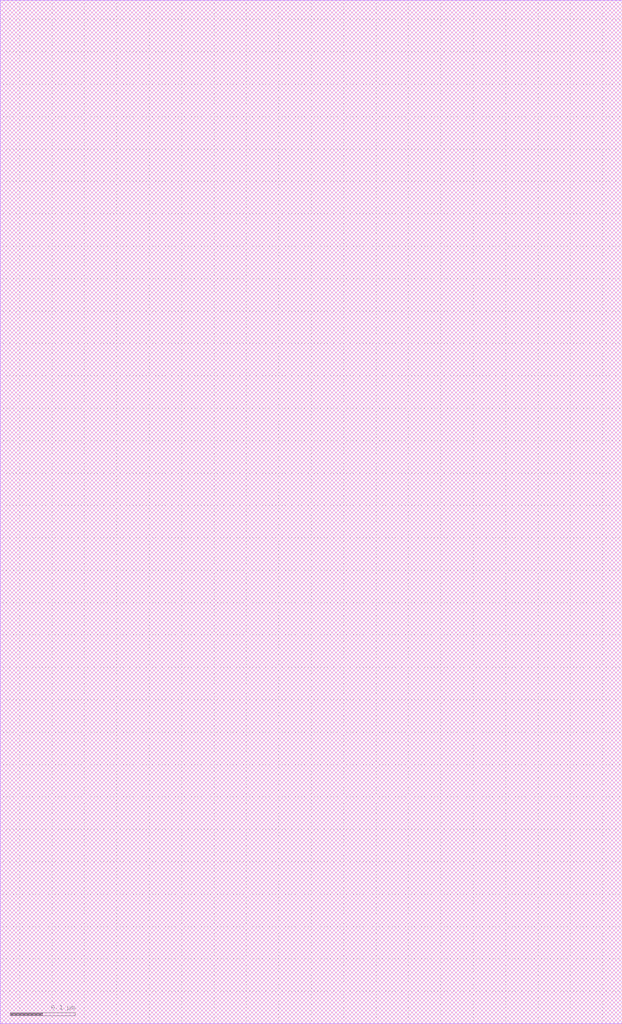
<source format=lef>
# Copyright 2020 The SkyWater PDK Authors
#
# Licensed under the Apache License, Version 2.0 (the "License");
# you may not use this file except in compliance with the License.
# You may obtain a copy of the License at
#
#     https://www.apache.org/licenses/LICENSE-2.0
#
# Unless required by applicable law or agreed to in writing, software
# distributed under the License is distributed on an "AS IS" BASIS,
# WITHOUT WARRANTIES OR CONDITIONS OF ANY KIND, either express or implied.
# See the License for the specific language governing permissions and
# limitations under the License.
#
# SPDX-License-Identifier: Apache-2.0

VERSION 5.7 ;
  NOWIREEXTENSIONATPIN ON ;
  DIVIDERCHAR "/" ;
  BUSBITCHARS "[]" ;
MACRO sky130_fd_bd_sram__sram_dp_cell_pdiff
  CLASS BLOCK ;
  FOREIGN sky130_fd_bd_sram__sram_dp_cell_pdiff ;
  ORIGIN -0.720000  0.000000 ;
  SIZE  0.960000 BY  1.580000 ;
  OBS
    LAYER nwell ;
      RECT 0.720000 0.000000 1.680000 1.580000 ;
  END
END sky130_fd_bd_sram__sram_dp_cell_pdiff
END LIBRARY

</source>
